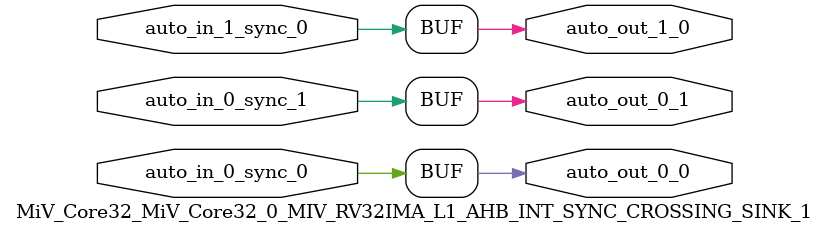
<source format=v>
`ifndef RANDOMIZE_REG_INIT 
	 `define RANDOMIZE_REG_INIT 
 `endif
`ifndef RANDOMIZE_MEM_INIT 
	 `define RANDOMIZE_MEM_INIT 
 `endif
`ifndef RANDOMIZE 
	 `define RANDOMIZE 
`endif

`timescale 1ns/10ps
module MiV_Core32_MiV_Core32_0_MIV_RV32IMA_L1_AHB_INT_SYNC_CROSSING_SINK_1( // @[:freechips.rocketchip.system.MivRV32ImaL1AhbConfig.fir@106651.2]
  input   auto_in_1_sync_0, // @[:freechips.rocketchip.system.MivRV32ImaL1AhbConfig.fir@106654.4]
  input   auto_in_0_sync_0, // @[:freechips.rocketchip.system.MivRV32ImaL1AhbConfig.fir@106654.4]
  input   auto_in_0_sync_1, // @[:freechips.rocketchip.system.MivRV32ImaL1AhbConfig.fir@106654.4]
  output  auto_out_1_0, // @[:freechips.rocketchip.system.MivRV32ImaL1AhbConfig.fir@106654.4]
  output  auto_out_0_0, // @[:freechips.rocketchip.system.MivRV32ImaL1AhbConfig.fir@106654.4]
  output  auto_out_0_1 // @[:freechips.rocketchip.system.MivRV32ImaL1AhbConfig.fir@106654.4]
);
  assign auto_out_1_0 = auto_in_1_sync_0;
  assign auto_out_0_0 = auto_in_0_sync_0;
  assign auto_out_0_1 = auto_in_0_sync_1;
endmodule

</source>
